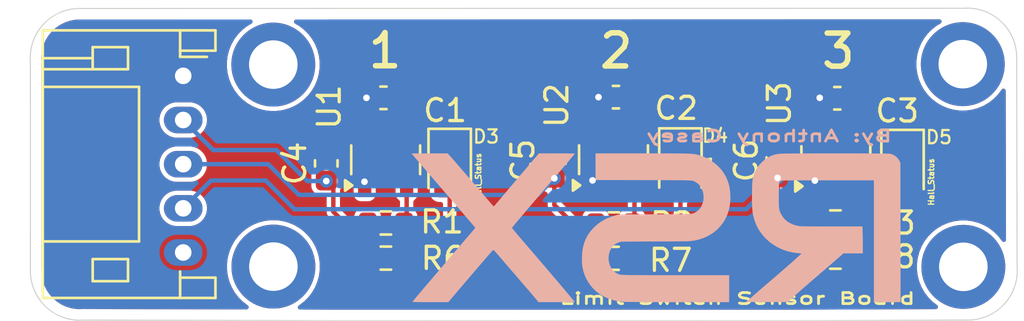
<source format=kicad_pcb>
(kicad_pcb (version 20241229) (generator "pcbnew") (generator_version "9.0")
  (layers (0 "F.Cu" signal) (2 "B.Cu" signal) (13 "F.Paste" user) (15 "B.Paste" user) (5 "F.SilkS" user "F.Silkscreen") (7 "B.SilkS" user "B.Silkscreen") (1 "F.Mask" user) (3 "B.Mask" user) (25 "Edge.Cuts" user))
  (net 0 "")
  (net 1 "+5V")
  (net 2 "/Out_3")
  (net 3 "/Out_1")
  (net 4 "/Out_2")
  (net 5 "Net-(U1-OUT)")
  (net 6 "Net-(D3-A)")
  (net 7 "Net-(D5-A)")
  (net 8 "Net-(U2-OUT)")
  (net 9 "Net-(D4-A)")
  (net 10 "Net-(U3-OUT)")
  (net 11 "GND")
  (footprint "Package_TO_SOT_SMD:SOT-23" (layer "F.Cu") (at 131.650003 88.1225 90)
    (property "Reference" "U1" (at 2.3925 -2.56 270) (layer "F.SilkS"))
    (property "Value" "DRV5055A3xDBZxQ1" (hide yes))
    (fp_line (start 0 -1.56) (end 0.65 -1.56) (stroke (width 0.12)) (layer "F.SilkS"))
    (fp_line (start 0 -1.56) (end -0.65 -1.56) (stroke (width 0.12)) (layer "F.SilkS"))
    (fp_line (start 0 1.56) (end 0.65 1.56) (stroke (width 0.12)) (layer "F.SilkS"))
    (fp_line (start 0 1.56) (end -0.65 1.56) (stroke (width 0.12)) (layer "F.SilkS"))
    (fp_poly (pts (xy -1.1625 -1.51) (xy -1.4025 -1.84) (xy -0.9225 -1.84) (xy -1.1625 -1.51)) (stroke (width 0.12)) (fill yes) (layer "F.SilkS"))
    (pad "1" smd roundrect (at -0.9375 -0.95 90) (size 1.475 0.6) (layers "F.Cu" "F.Mask" "F.Paste") (net 1 "+5V"))
    (pad "2" smd roundrect (at -0.9375 0.95 90) (size 1.475 0.6) (layers "F.Cu" "F.Mask" "F.Paste") (net 5 "Net-(U1-OUT)"))
    (pad "3" smd roundrect (at 0.9375 0 90) (size 1.475 0.6) (layers "F.Cu" "F.Mask" "F.Paste") (net 11 "GND"))
  )
  (footprint "Capacitor_SMD:C_0603_1608Metric" (layer "F.Cu") (at 139.290003 88.16 90)
    (property "Reference" "C5" (at 0 -1.43 90) (layer "F.SilkS"))
    (property "Value" "0.1u")
    (fp_line (start -0.14058 -0.51) (end 0.14058 -0.51) (stroke (width 0.12)) (layer "F.SilkS"))
    (fp_line (start -0.14058 0.51) (end 0.14058 0.51) (stroke (width 0.12)) (layer "F.SilkS"))
    (pad "1" smd roundrect (at -0.775 0 90) (size 0.9 0.95) (layers "F.Cu" "F.Mask" "F.Paste") (net 4 "/Out_2"))
    (pad "2" smd roundrect (at 0.775 0 90) (size 0.9 0.95) (layers "F.Cu" "F.Mask" "F.Paste") (net 11 "GND"))
  )
  (footprint "Capacitor_SMD:C_0603_1608Metric" (layer "F.Cu") (at 131.550003 85.315)
    (property "Reference" "C1" (at 2.79 0.575 0) (layer "F.SilkS"))
    (property "Value" "0.1u")
    (fp_line (start -0.14058 -0.51) (end 0.14058 -0.51) (stroke (width 0.12)) (layer "F.SilkS"))
    (fp_line (start -0.14058 0.51) (end 0.14058 0.51) (stroke (width 0.12)) (layer "F.SilkS"))
    (pad "1" smd roundrect (at -0.775 0) (size 0.9 0.95) (layers "F.Cu" "F.Mask" "F.Paste") (net 1 "+5V"))
    (pad "2" smd roundrect (at 0.775 0) (size 0.9 0.95) (layers "F.Cu" "F.Mask" "F.Paste") (net 11 "GND"))
  )
  (footprint "Resistor_SMD:R_0603_1608Metric" (layer "F.Cu") (at 131.660003 90.985)
    (property "Reference" "R1" (at 2.54 -0.05 0) (layer "F.SilkS"))
    (property "Value" "100R")
    (fp_line (start -0.237258 -0.5225) (end 0.237258 -0.5225) (stroke (width 0.12)) (layer "F.SilkS"))
    (fp_line (start -0.237258 0.5225) (end 0.237258 0.5225) (stroke (width 0.12)) (layer "F.SilkS"))
    (pad "1" smd roundrect (at -0.825 0) (size 0.8 0.95) (layers "F.Cu" "F.Mask" "F.Paste") (net 3 "/Out_1"))
    (pad "2" smd roundrect (at 0.825 0) (size 0.8 0.95) (layers "F.Cu" "F.Mask" "F.Paste") (net 5 "Net-(U1-OUT)"))
  )
  (footprint "Package_TO_SOT_SMD:SOT-23" (layer "F.Cu") (at 152.040003 88.1575 90)
    (property "Reference" "U3" (at 2.5775 -2.56 270) (layer "F.SilkS"))
    (property "Value" "DRV5055A3xDBZxQ1" (hide yes))
    (fp_line (start 0 -1.56) (end 0.65 -1.56) (stroke (width 0.12)) (layer "F.SilkS"))
    (fp_line (start 0 -1.56) (end -0.65 -1.56) (stroke (width 0.12)) (layer "F.SilkS"))
    (fp_line (start 0 1.56) (end 0.65 1.56) (stroke (width 0.12)) (layer "F.SilkS"))
    (fp_line (start 0 1.56) (end -0.65 1.56) (stroke (width 0.12)) (layer "F.SilkS"))
    (fp_poly (pts (xy -1.1625 -1.51) (xy -1.4025 -1.84) (xy -0.9225 -1.84) (xy -1.1625 -1.51)) (stroke (width 0.12)) (fill yes) (layer "F.SilkS"))
    (pad "1" smd roundrect (at -0.9375 -0.95 90) (size 1.475 0.6) (layers "F.Cu" "F.Mask" "F.Paste") (net 1 "+5V"))
    (pad "2" smd roundrect (at -0.9375 0.95 90) (size 1.475 0.6) (layers "F.Cu" "F.Mask" "F.Paste") (net 10 "Net-(U3-OUT)"))
    (pad "3" smd roundrect (at 0.9375 0 90) (size 1.475 0.6) (layers "F.Cu" "F.Mask" "F.Paste") (net 11 "GND"))
  )
  (footprint "Connector_JST:JST_PH_S5B-PH-K_1x05_P2.00mm_Horizontal" (layer "F.Cu") (at 122.480003 84.32 -90)
    (property "Reference" "Je1" (hide yes))
    (property "Value" "S5B-XH-A")
    (fp_line (start -2.06 6.36) (end 10.06 6.36) (stroke (width 0.12)) (layer "F.SilkS"))
    (fp_line (start 0.5 6.36) (end 0.5 2) (stroke (width 0.12)) (layer "F.SilkS"))
    (fp_line (start 10.06 6.36) (end 10.06 -1.46) (stroke (width 0.12)) (layer "F.SilkS"))
    (fp_line (start -1.3 4.1) (end -0.3 4.1) (stroke (width 0.12)) (layer "F.SilkS"))
    (fp_line (start -0.8 4.1) (end -0.8 6.36) (stroke (width 0.12)) (layer "F.SilkS"))
    (fp_line (start -0.3 4.1) (end -0.3 6.36) (stroke (width 0.12)) (layer "F.SilkS"))
    (fp_line (start -0.3 4.1) (end -0.3 2.5) (stroke (width 0.12)) (layer "F.SilkS"))
    (fp_line (start 8.3 4.1) (end 8.3 2.5) (stroke (width 0.12)) (layer "F.SilkS"))
    (fp_line (start 9.3 4.1) (end 8.3 4.1) (stroke (width 0.12)) (layer "F.SilkS"))
    (fp_line (start -1.3 2.5) (end -1.3 4.1) (stroke (width 0.12)) (layer "F.SilkS"))
    (fp_line (start -0.3 2.5) (end -1.3 2.5) (stroke (width 0.12)) (layer "F.SilkS"))
    (fp_line (start 8.3 2.5) (end 9.3 2.5) (stroke (width 0.12)) (layer "F.SilkS"))
    (fp_line (start 9.3 2.5) (end 9.3 4.1) (stroke (width 0.12)) (layer "F.SilkS"))
    (fp_line (start 0.5 2) (end 7.5 2) (stroke (width 0.12)) (layer "F.SilkS"))
    (fp_line (start 7.5 2) (end 7.5 6.36) (stroke (width 0.12)) (layer "F.SilkS"))
    (fp_line (start -2.06 0.14) (end -1.14 0.14) (stroke (width 0.12)) (layer "F.SilkS"))
    (fp_line (start -1.14 0.14) (end -1.14 -1.46) (stroke (width 0.12)) (layer "F.SilkS"))
    (fp_line (start -0.86 0.14) (end -1.14 0.14) (stroke (width 0.12)) (layer "F.SilkS"))
    (fp_line (start -0.86 0.14) (end -0.86 -1.075) (stroke (width 0.12)) (layer "F.SilkS"))
    (fp_line (start 9.14 0.14) (end 8.86 0.14) (stroke (width 0.12)) (layer "F.SilkS"))
    (fp_line (start 10.06 0.14) (end 9.14 0.14) (stroke (width 0.12)) (layer "F.SilkS"))
    (fp_line (start -2.06 -1.46) (end -2.06 6.36) (stroke (width 0.12)) (layer "F.SilkS"))
    (fp_line (start -1.14 -1.46) (end -2.06 -1.46) (stroke (width 0.12)) (layer "F.SilkS"))
    (fp_line (start 9.14 -1.46) (end 9.14 0.14) (stroke (width 0.12)) (layer "F.SilkS"))
    (fp_line (start 10.06 -1.46) (end 9.14 -1.46) (stroke (width 0.12)) (layer "F.SilkS"))
    (pad "1" thru_hole roundrect (at 0 0 270) (size 1.2 1.75) (drill 0.75) (layers "*.Cu" "*.Mask") (roundrect_rratio 0.208333) (net 1 "+5V"))
    (pad "2" thru_hole oval (at 2 0 270) (size 1.2 1.75) (drill 0.75) (layers "*.Cu" "*.Mask") (net 3 "/Out_1"))
    (pad "3" thru_hole oval (at 4 0 270) (size 1.2 1.75) (drill 0.75) (layers "*.Cu" "*.Mask") (net 4 "/Out_2"))
    (pad "4" thru_hole oval (at 6 0 270) (size 1.2 1.75) (drill 0.75) (layers "*.Cu" "*.Mask") (net 2 "/Out_3"))
    (pad "5" thru_hole oval (at 8 0 270) (size 1.2 1.75) (drill 0.75) (layers "*.Cu" "*.Mask") (net 11 "GND"))
  )
  (footprint "Resistor_SMD:R_0603_1608Metric" (layer "F.Cu") (at 141.990003 91.025)
    (property "Reference" "R2" (at 2.62 0 0) (layer "F.SilkS"))
    (property "Value" "100R")
    (fp_line (start -0.237258 -0.5225) (end 0.237258 -0.5225) (stroke (width 0.12)) (layer "F.SilkS"))
    (fp_line (start -0.237258 0.5225) (end 0.237258 0.5225) (stroke (width 0.12)) (layer "F.SilkS"))
    (pad "1" smd roundrect (at -0.825 0) (size 0.8 0.95) (layers "F.Cu" "F.Mask" "F.Paste") (net 4 "/Out_2"))
    (pad "2" smd roundrect (at 0.825 0) (size 0.8 0.95) (layers "F.Cu" "F.Mask" "F.Paste") (net 8 "Net-(U2-OUT)"))
  )
  (footprint "Capacitor_SMD:C_0603_1608Metric" (layer "F.Cu") (at 149.410003 88.155 90)
    (property "Reference" "C6" (at 0 -1.43 90) (layer "F.SilkS"))
    (property "Value" "0.1u")
    (fp_line (start -0.14058 -0.51) (end 0.14058 -0.51) (stroke (width 0.12)) (layer "F.SilkS"))
    (fp_line (start -0.14058 0.51) (end 0.14058 0.51) (stroke (width 0.12)) (layer "F.SilkS"))
    (pad "1" smd roundrect (at -0.775 0 90) (size 0.9 0.95) (layers "F.Cu" "F.Mask" "F.Paste") (net 2 "/Out_3"))
    (pad "2" smd roundrect (at 0.775 0 90) (size 0.9 0.95) (layers "F.Cu" "F.Mask" "F.Paste") (net 11 "GND"))
  )
  (footprint "Resistor_SMD:R_0603_1608Metric" (layer "F.Cu") (at 152.020003 92.535)
    (property "Reference" "R8" (at 2.64 -0.02 0) (layer "F.SilkS"))
    (property "Value" "4.7k")
    (fp_line (start -0.237258 -0.5225) (end 0.237258 -0.5225) (stroke (width 0.12)) (layer "F.SilkS"))
    (fp_line (start -0.237258 0.5225) (end 0.237258 0.5225) (stroke (width 0.12)) (layer "F.SilkS"))
    (pad "1" smd roundrect (at -0.825 0) (size 0.8 0.95) (layers "F.Cu" "F.Mask" "F.Paste") (net 2 "/Out_3"))
    (pad "2" smd roundrect (at 0.825 0) (size 0.8 0.95) (layers "F.Cu" "F.Mask" "F.Paste") (net 7 "Net-(D5-A)"))
  )
  (footprint "Resistor_SMD:R_0603_1608Metric" (layer "F.Cu") (at 141.970003 92.585)
    (property "Reference" "R7" (at 2.59 0.09 0) (layer "F.SilkS"))
    (property "Value" "4.7k")
    (fp_line (start -0.237258 -0.5225) (end 0.237258 -0.5225) (stroke (width 0.12)) (layer "F.SilkS"))
    (fp_line (start -0.237258 0.5225) (end 0.237258 0.5225) (stroke (width 0.12)) (layer "F.SilkS"))
    (pad "1" smd roundrect (at -0.825 0) (size 0.8 0.95) (layers "F.Cu" "F.Mask" "F.Paste") (net 4 "/Out_2"))
    (pad "2" smd roundrect (at 0.825 0) (size 0.8 0.95) (layers "F.Cu" "F.Mask" "F.Paste") (net 9 "Net-(D4-A)"))
  )
  (footprint "rsx_leds:LED_0805_2012Metric" (layer "F.Cu") (at 145.000003 88.3825 -90)
    (property "Reference" "D4" (at -1.3525 -1.57 180) (layer "F.SilkS") (effects (font (size 0.6 0.6) (thickness 0.1))))
    (property "Value" "LED")
    (fp_line (start -1.685 0.96) (end 1 0.96) (stroke (width 0.12)) (layer "F.SilkS"))
    (fp_line (start -1.685 -0.96) (end -1.685 0.96) (stroke (width 0.12)) (layer "F.SilkS"))
    (fp_line (start 1 -0.96) (end -1.685 -0.96) (stroke (width 0.12)) (layer "F.SilkS"))
    (pad "1" smd roundrect (at -0.9375 0 270) (size 0.975 1.4) (layers "F.Cu" "F.Mask" "F.Paste") (net 11 "GND"))
    (pad "2" smd roundrect (at 0.9375 0 270) (size 0.975 1.4) (layers "F.Cu" "F.Mask" "F.Paste") (net 9 "Net-(D4-A)"))
  )
  (footprint "Resistor_SMD:R_0603_1608Metric" (layer "F.Cu") (at 152.020003 90.935)
    (property "Reference" "R3" (at 2.65 0.05 0) (layer "F.SilkS"))
    (property "Value" "100R" (hide yes))
    (fp_line (start -0.237258 -0.5225) (end 0.237258 -0.5225) (stroke (width 0.12)) (layer "F.SilkS"))
    (fp_line (start -0.237258 0.5225) (end 0.237258 0.5225) (stroke (width 0.12)) (layer "F.SilkS"))
    (pad "1" smd roundrect (at -0.825 0) (size 0.8 0.95) (layers "F.Cu" "F.Mask" "F.Paste") (net 2 "/Out_3"))
    (pad "2" smd roundrect (at 0.825 0) (size 0.8 0.95) (layers "F.Cu" "F.Mask" "F.Paste") (net 10 "Net-(U3-OUT)"))
  )
  (footprint "rsx_leds:LED_0805_2012Metric" (layer "F.Cu") (at 134.550003 88.405 -90)
    (property "Reference" "D3" (at -1.335 -1.65 180) (layer "F.SilkS") (effects (font (size 0.6 0.6) (thickness 0.1))))
    (property "Value" "LED")
    (fp_line (start -1.685 0.96) (end 1 0.96) (stroke (width 0.12)) (layer "F.SilkS"))
    (fp_line (start -1.685 -0.96) (end -1.685 0.96) (stroke (width 0.12)) (layer "F.SilkS"))
    (fp_line (start 1 -0.96) (end -1.685 -0.96) (stroke (width 0.12)) (layer "F.SilkS"))
    (pad "1" smd roundrect (at -0.9375 0 270) (size 0.975 1.4) (layers "F.Cu" "F.Mask" "F.Paste") (net 11 "GND"))
    (pad "2" smd roundrect (at 0.9375 0 270) (size 0.975 1.4) (layers "F.Cu" "F.Mask" "F.Paste") (net 6 "Net-(D3-A)"))
  )
  (footprint "MountingHole:MountingHole_2.2mm_M2_DIN965_Pad" (layer "F.Cu") (at 126.565003 92.96)
    (property "Reference" "H8" (hide yes))
    (property "Value" "MountingHole" (hide yes))
    (pad "1" thru_hole circle (at 0 0) (size 3.8 3.8) (drill 2.2) (layers "*.Cu" "*.Mask"))
  )
  (footprint "Capacitor_SMD:C_0603_1608Metric" (layer "F.Cu") (at 152.105003 85.335)
    (property "Reference" "C3" (at 2.715 0.575 0) (layer "F.SilkS"))
    (property "Value" "0.1u")
    (fp_line (start -0.14058 -0.51) (end 0.14058 -0.51) (stroke (width 0.12)) (layer "F.SilkS"))
    (fp_line (start -0.14058 0.51) (end 0.14058 0.51) (stroke (width 0.12)) (layer "F.SilkS"))
    (pad "1" smd roundrect (at -0.775 0) (size 0.9 0.95) (layers "F.Cu" "F.Mask" "F.Paste") (net 1 "+5V"))
    (pad "2" smd roundrect (at 0.775 0) (size 0.9 0.95) (layers "F.Cu" "F.Mask" "F.Paste") (net 11 "GND"))
  )
  (footprint "MountingHole:MountingHole_2.2mm_M2_DIN965_Pad" (layer "F.Cu") (at 157.790003 83.79)
    (property "Reference" "H7" (hide yes))
    (property "Value" "MountingHole" (hide yes))
    (pad "1" thru_hole circle (at 0 0) (size 3.8 3.8) (drill 2.2) (layers "*.Cu" "*.Mask"))
  )
  (footprint "Capacitor_SMD:C_0603_1608Metric" (layer "F.Cu") (at 142.080003 85.285)
    (property "Reference" "C2" (at 2.73 0.505 0) (layer "F.SilkS"))
    (property "Value" "0.1u")
    (fp_line (start -0.14058 -0.51) (end 0.14058 -0.51) (stroke (width 0.12)) (layer "F.SilkS"))
    (fp_line (start -0.14058 0.51) (end 0.14058 0.51) (stroke (width 0.12)) (layer "F.SilkS"))
    (pad "1" smd roundrect (at -0.775 0) (size 0.9 0.95) (layers "F.Cu" "F.Mask" "F.Paste") (net 1 "+5V"))
    (pad "2" smd roundrect (at 0.775 0) (size 0.9 0.95) (layers "F.Cu" "F.Mask" "F.Paste") (net 11 "GND"))
  )
  (footprint "rsx_leds:LED_0805_2012Metric" (layer "F.Cu") (at 155.060003 88.4525 -90)
    (property "Reference" "D5" (at -1.3525 -1.65 180) (layer "F.SilkS") (effects (font (size 0.6 0.6) (thickness 0.1))))
    (property "Value" "LED" (hide yes))
    (fp_line (start -1.685 0.96) (end 1 0.96) (stroke (width 0.12)) (layer "F.SilkS"))
    (fp_line (start -1.685 -0.96) (end -1.685 0.96) (stroke (width 0.12)) (layer "F.SilkS"))
    (fp_line (start 1 -0.96) (end -1.685 -0.96) (stroke (width 0.12)) (layer "F.SilkS"))
    (pad "1" smd roundrect (at -0.9375 0 270) (size 0.975 1.4) (layers "F.Cu" "F.Mask" "F.Paste") (net 11 "GND"))
    (pad "2" smd roundrect (at 0.9375 0 270) (size 0.975 1.4) (layers "F.Cu" "F.Mask" "F.Paste") (net 7 "Net-(D5-A)"))
  )
  (footprint "Package_TO_SOT_SMD:SOT-23" (layer "F.Cu") (at 141.970003 88.1175 90)
    (property "Reference" "U2" (at 2.4575 -2.57 270) (layer "F.SilkS"))
    (property "Value" "DRV5055A3xDBZxQ1" (hide yes))
    (fp_line (start 0 -1.56) (end 0.65 -1.56) (stroke (width 0.12)) (layer "F.SilkS"))
    (fp_line (start 0 -1.56) (end -0.65 -1.56) (stroke (width 0.12)) (layer "F.SilkS"))
    (fp_line (start 0 1.56) (end 0.65 1.56) (stroke (width 0.12)) (layer "F.SilkS"))
    (fp_line (start 0 1.56) (end -0.65 1.56) (stroke (width 0.12)) (layer "F.SilkS"))
    (fp_poly (pts (xy -1.1625 -1.51) (xy -1.4025 -1.84) (xy -0.9225 -1.84) (xy -1.1625 -1.51)) (stroke (width 0.12)) (fill yes) (layer "F.SilkS"))
    (pad "1" smd roundrect (at -0.9375 -0.95 90) (size 1.475 0.6) (layers "F.Cu" "F.Mask" "F.Paste") (net 1 "+5V"))
    (pad "2" smd roundrect (at -0.9375 0.95 90) (size 1.475 0.6) (layers "F.Cu" "F.Mask" "F.Paste") (net 8 "Net-(U2-OUT)"))
    (pad "3" smd roundrect (at 0.9375 0 90) (size 1.475 0.6) (layers "F.Cu" "F.Mask" "F.Paste") (net 11 "GND"))
  )
  (footprint "MountingHole:MountingHole_2.2mm_M2_DIN965_Pad" (layer "F.Cu") (at 126.560003 83.81)
    (property "Reference" "H7" (hide yes))
    (property "Value" "MountingHole")
    (pad "1" thru_hole circle (at 0 0) (size 3.8 3.8) (drill 2.2) (layers "*.Cu" "*.Mask"))
  )
  (footprint "Capacitor_SMD:C_0603_1608Metric" (layer "F.Cu") (at 128.960003 88.285 90)
    (property "Reference" "C4" (at 0 -1.43 90) (layer "F.SilkS"))
    (property "Value" "0.1u")
    (fp_line (start -0.14058 -0.51) (end 0.14058 -0.51) (stroke (width 0.12)) (layer "F.SilkS"))
    (fp_line (start -0.14058 0.51) (end 0.14058 0.51) (stroke (width 0.12)) (layer "F.SilkS"))
    (pad "1" smd roundrect (at -0.775 0 90) (size 0.9 0.95) (layers "F.Cu" "F.Mask" "F.Paste") (net 3 "/Out_1"))
    (pad "2" smd roundrect (at 0.775 0 90) (size 0.9 0.95) (layers "F.Cu" "F.Mask" "F.Paste") (net 11 "GND"))
  )
  (footprint "Resistor_SMD:R_0603_1608Metric" (layer "F.Cu") (at 131.660003 92.575)
    (property "Reference" "R6" (at 2.57 0.01 0) (layer "F.SilkS"))
    (property "Value" "4.7k")
    (fp_line (start -0.237258 -0.5225) (end 0.237258 -0.5225) (stroke (width 0.12)) (layer "F.SilkS"))
    (fp_line (start -0.237258 0.5225) (end 0.237258 0.5225) (stroke (width 0.12)) (layer "F.SilkS"))
    (pad "1" smd roundrect (at -0.825 0) (size 0.8 0.95) (layers "F.Cu" "F.Mask" "F.Paste") (net 3 "/Out_1"))
    (pad "2" smd roundrect (at 0.825 0) (size 0.8 0.95) (layers "F.Cu" "F.Mask" "F.Paste") (net 6 "Net-(D3-A)"))
  )
  (footprint "MountingHole:MountingHole_2.2mm_M2_DIN965_Pad" (layer "F.Cu") (at 157.815003 92.97)
    (property "Reference" "H8" (hide yes))
    (property "Value" "MountingHole" (hide yes))
    (pad "1" thru_hole circle (at 0 0) (size 3.8 3.8) (drill 2.2) (layers "*.Cu" "*.Mask"))
  )
  (footprint "LOGO" (layer "B.Cu") (at 143.308715 91.272328 180)
    (property "Reference" "G***" (hide yes))
    (property "Value" "LOGO" (hide yes))
    (fp_poly (pts (xy 2.153878 2.837561) (xy 2.153878 2.23417) (xy -0.003284 2.22959) (xy -0.285693 2.229021) (xy -0.543071 2.228535) (xy -0.776656 2.228085) (xy -0.987682 2.227622) (xy -1.177387 2.227096) (xy -1.347005 2.22646) (xy -1.497774 2.225666) (xy -1.63093 2.224664) (xy -1.747708 2.223406) (xy -1.849345 2.221844) (xy -1.937076 2.219929) (xy -2.012139 2.217612) (xy -2.075769 2.214846) (xy -2.129202 2.211581) (xy -2.173674 2.20777) (xy -2.210422 2.203363) (xy -2.240682 2.198312) (xy -2.265689 2.192569) (xy -2.28668 2.186086) (xy -2.304892 2.178812) (xy -2.321559 2.170701) (xy -2.337919 2.161704) (xy -2.355208 2.151772) (xy -2.374661 2.140856) (xy -2.383315 2.136209) (xy -2.483366 2.069265) (xy -2.566999 1.984916) (xy -2.634225 1.886251) (xy -2.68505 1.776363) (xy -2.719485 1.658343) (xy -2.737538 1.535281) (xy -2.739217 1.410269) (xy -2.724532 1.286398) (xy -2.693492 1.166759) (xy -2.646104 1.054444) (xy -2.582378 0.952543) (xy -2.502323 0.864147) (xy -2.405947 0.792349) (xy -2.379454 0.777434) (xy -2.356269 0.764845) (xy -2.335824 0.753537) (xy -2.316668 0.743435) (xy -2.297351 0.734464) (xy -2.276423 0.726549) (xy -2.252435 0.719617) (xy -2.223935 0.713593) (xy -2.189475 0.708402) (xy -2.147604 0.703969) (xy -2.096872 0.700221) (xy -2.035829 0.697083) (xy -1.963025 0.694479) (xy -1.877011 0.692337) (xy -1.776335 0.69058) (xy -1.659548 0.689135) (xy -1.525199 0.687928) (xy -1.37184 0.686883) (xy -1.19802 0.685926) (xy -1.002288 0.684983) (xy -0.783195 0.683979) (xy -0.539291 0.682839) (xy -0.53847 0.682835) (xy 1.083505 0.675052) (xy 1.221506 0.641001) (xy 1.452906 0.571568) (xy 1.669704 0.481246) (xy 1.870982 0.37054) (xy 2.05582 0.239955) (xy 2.22033 0.092975) (xy 2.365535 -0.067102) (xy 2.486257 -0.232769) (xy 2.584152 -0.407049) (xy 2.660878 -0.592966) (xy 2.718092 -0.793544) (xy 2.726093 -0.829769) (xy 2.745665 -0.946197) (xy 2.75974 -1.08053) (xy 2.768078 -1.224939) (xy 2.770439 -1.371592) (xy 2.766583 -1.512659) (xy 2.75627 -1.640312) (xy 2.751981 -1.674108) (xy 2.709467 -1.884581) (xy 2.641984 -2.087965) (xy 2.550193 -2.282911) (xy 2.434756 -2.468069) (xy 2.296337 -2.642089) (xy 2.254809 -2.687307) (xy 2.102954 -2.828892) (xy 1.932439 -2.953162) (xy 1.745021 -3.059332) (xy 1.542455 -3.146615) (xy 1.326496 -3.214225) (xy 1.098901 -3.261375) (xy 0.925904 -3.282469) (xy 0.889727 -3.284415) (xy 0.827621 -3.28622) (xy 0.739926 -3.287885) (xy 0.626978 -3.289406) (xy 0.489116 -3.290782) (xy 0.326678 -3.29201) (xy 0.140002 -3.29309) (xy -0.070573 -3.294019) (xy -0.304709 -3.294796) (xy -0.562069 -3.295417) (xy -0.842315 -3.295882) (xy -1.145107 -3.296189) (xy -1.470109 -3.296336) (xy -1.566159 -3.296348) (xy -3.900621 -3.296484) (xy -3.900621 -2.68578) (xy -3.900621 -2.075077) (xy -1.487358 -2.074849) (xy -1.18581 -2.074832) (xy -0.909373 -2.074818) (xy -0.656891 -2.074774) (xy -0.427209 -2.07467) (xy -0.21917 -2.074471) (xy -0.03162 -2.074147) (xy 0.136599 -2.073665) (xy 0.28664 -2.072992) (xy 0.419661 -2.072097) (xy 0.536817 -2.070947) (xy 0.639264 -2.069509) (xy 0.728157 -2.067752) (xy 0.804652 -2.065644) (xy 0.869905 -2.063151) (xy 0.925072 -2.060243) (xy 0.971308 -2.056885) (xy 1.009769 -2.053047) (xy 1.041612 -2.048696) (xy 1.067991 -2.0438) (xy 1.090062 -2.038326) (xy 1.108982 -2.032242) (xy 1.125906 -2.025517) (xy 1.141989 -2.018117) (xy 1.158388 -2.01001) (xy 1.176258 -2.001165) (xy 1.17772 -2.000456) (xy 1.255968 -1.951876) (xy 1.333726 -1.884449) (xy 1.404476 -1.804892) (xy 1.461698 -1.719923) (xy 1.475817 -1.693239) (xy 1.52723 -1.560292) (xy 1.556112 -1.419316) (xy 1.562449 -1.275044) (xy 1.546231 -1.132208) (xy 1.507445 -0.995542) (xy 1.477737 -0.927233) (xy 1.407498 -0.810804) (xy 1.322371 -0.715982) (xy 1.222005 -0.642497) (xy 1.106053 -0.59008) (xy 1.007062 -0.564123) (xy 0.984987 -0.562375) (xy 0.93821 -0.560684) (xy 0.868295 -0.559065) (xy 0.776804 -0.557532) (xy 0.665303 -0.5561) (xy 0.535355 -0.554783) (xy 0.388525 -0.553596) (xy 0.226376 -0.552553) (xy 0.050472 -0.551668) (xy -0.137623 -0.550956) (xy -0.336344 -0.550432) (xy -0.50328 -0.550156) (xy -0.699298 -0.549822) (xy -0.890126 -0.549316) (xy -1.073856 -0.548653) (xy -1.248583 -0.547847) (xy -1.412403 -0.546912) (xy -1.563409 -0.545864) (xy -1.699695 -0.544717) (xy -1.819357 -0.543486) (xy -1.920488 -0.542185) (xy -2.001183 -0.54083) (xy -2.059536 -0.539433) (xy -2.093643 -0.538012) (xy -2.094874 -0.537926) (xy -2.320765 -0.509727) (xy -2.540956 -0.458858) (xy -2.752656 -0.386484) (xy -2.953075 -0.293767) (xy -3.139422 -0.181871) (xy -3.308907 -0.051961) (xy -3.351591 -0.013786) (xy -3.506086 0.146215) (xy -3.637918 0.319444) (xy -3.747019 0.505737) (xy -3.833323 0.704932) (xy -3.896761 0.916865) (xy -3.937268 1.141373) (xy -3.954776 1.378293) (xy -3.955503 1.457808) (xy -3.946885 1.670307) (xy -3.923187 1.864724) (xy -3.883578 2.045044) (xy -3.827229 2.215251) (xy -3.770753 2.344313) (xy -3.67537 2.519639) (xy -3.567408 2.676302) (xy -3.443434 2.818264) (xy -3.300015 2.949486) (xy -3.14545 3.065857) (xy -2.996065 3.162334) (xy -2.851817 3.240295) (xy -2.704318 3.303741) (xy -2.54518 3.356673) (xy -2.521614 3.363439) (xy -2.487058 3.373153) (xy -2.454492 3.38202) (xy -2.422632 3.390078) (xy -2.390195 3.397366) (xy -2.355899 3.403922) (xy -2.318461 3.409785) (xy -2.276596 3.414995) (xy -2.229023 3.419589) (xy -2.174459 3.423606) (xy -2.11162 3.427085) (xy -2.039224 3.430065) (xy -1.955987 3.432584) (xy -1.860626 3.434681) (xy -1.751859 3.436395) (xy -1.628403 3.437764) (xy -1.488974 3.438827) (xy -1.33229 3.439623) (xy -1.157068 3.44019) (xy -0.962024 3.440568) (xy -0.745875 3.440794) (xy -0.50734 3.440907) (xy -0.245134 3.440947) (xy 0.042025 3.440952) (xy 0.049169 3.440952) (xy 2.153878 3.440952)) (fill yes) (layer "B.SilkS"))
    (fp_poly (pts (xy -8.5312 3.440571) (xy -8.309164 3.440447) (xy -8.089999 3.440222) (xy -7.875323 3.439895) (xy -7.666757 3.439467) (xy -7.465918 3.438936) (xy -7.274426 3.438304) (xy -7.093899 3.437569) (xy -6.925955 3.436731) (xy -6.772214 3.435791) (xy -6.634294 3.434748) (xy -6.513815 3.433602) (xy -6.412395 3.432352) (xy -6.331652 3.430999) (xy -6.273205 3.429542) (xy -6.238674 3.427981) (xy -6.238367 3.427958) (xy -6.162523 3.420645) (xy -6.084149 3.4103) (xy -6.013498 3.398417) (xy -5.969132 3.388732) (xy -5.808013 3.334134) (xy -5.653643 3.256126) (xy -5.508455 3.157209) (xy -5.374883 3.039884) (xy -5.255362 2.906653) (xy -5.152327 2.760015) (xy -5.06821 2.602471) (xy -5.005447 2.436523) (xy -4.990634 2.383481) (xy -4.977287 2.32786) (xy -4.966212 2.272717) (xy -4.957193 2.214907) (xy -4.950012 2.151286) (xy -4.944453 2.078709) (xy -4.940301 1.994032) (xy -4.937338 1.89411) (xy -4.935349 1.775798) (xy -4.934116 1.635953) (xy -4.933714 1.556309) (xy -4.933488 1.391276) (xy -4.93442 1.249147) (xy -4.936718 1.126575) (xy -4.940591 1.020215) (xy -4.946245 0.92672) (xy -4.95389 0.842746) (xy -4.963734 0.764944) (xy -4.975984 0.68997) (xy -4.990849 0.614477) (xy -4.992892 0.604881) (xy -5.05331 0.384791) (xy -5.137553 0.174479) (xy -5.24457 -0.024714) (xy -5.373312 -0.211447) (xy -5.522729 -0.38438) (xy -5.69177 -0.542172) (xy -5.879387 -0.683483) (xy -6.084528 -0.806973) (xy -6.108768 -0.81975) (xy -6.3247 -0.918826) (xy -6.54738 -0.994594) (xy -6.7801 -1.048001) (xy -7.006671 -1.078273) (xy -7.067849 -1.084136) (xy -7.118599 -1.089468) (xy -7.153713 -1.093689) (xy -7.167982 -1.096219) (xy -7.168022 -1.096251) (xy -7.160816 -1.10707) (xy -7.13459 -1.133986) (xy -7.090355 -1.176105) (xy -7.029122 -1.232532) (xy -6.951902 -1.302375) (xy -6.859707 -1.384737) (xy -6.753547 -1.478726) (xy -6.634433 -1.583447) (xy -6.503377 -1.698006) (xy -6.361389 -1.821509) (xy -6.20948 -1.953061) (xy -6.048662 -2.091769) (xy -5.879946 -2.236738) (xy -5.831231 -2.278498) (xy -5.719396 -2.374386) (xy -5.610051 -2.468269) (xy -5.505445 -2.558208) (xy -5.407822 -2.642267) (xy -5.319429 -2.718508) (xy -5.242513 -2.784995) (xy -5.17932 -2.83979) (xy -5.132097 -2.880956) (xy -5.107853 -2.902304) (xy -5.049765 -2.953917) (xy -4.980087 -3.015806) (xy -4.90688 -3.080813) (xy -4.838204 -3.141782) (xy -4.826673 -3.152016) (xy -4.671301 -3.289917) (xy -5.606323 -3.293288) (xy -6.541345 -3.296659) (xy -6.57044 -3.268838) (xy -6.587949 -3.252868) (xy -6.62227 -3.222226) (xy -6.670442 -3.17953) (xy -6.729504 -3.127399) (xy -6.796494 -3.068452) (xy -6.862203 -3.010786) (xy -6.942839 -2.940066) (xy -7.026507 -2.866615) (xy -7.108246 -2.794792) (xy -7.183095 -2.728958) (xy -7.246093 -2.673473) (xy -7.275905 -2.647171) (xy -7.311958 -2.615573) (xy -7.365835 -2.568689) (xy -7.435429 -2.508337) (xy -7.518633 -2.43634) (xy -7.613339 -2.354516) (xy -7.71744 -2.264687) (xy -7.828828 -2.168673) (xy -7.945395 -2.068293) (xy -8.065035 -1.965368) (xy -8.116443 -1.921175) (xy -8.23616 -1.818219) (xy -8.353245 -1.71741) (xy -8.465653 -1.620515) (xy -8.571335 -1.529306) (xy -8.668245 -1.445552) (xy -8.754336 -1.371022) (xy -8.827562 -1.307486) (xy -8.885875 -1.256714) (xy -8.927228 -1.220475) (xy -8.939831 -1.209316) (xy -9.073714 -1.090072) (xy -9.513442 -1.090072) (xy -9.953169 -1.090072) (xy -9.954663 -0.837254) (xy -9.954711 -0.750475) (xy -9.95403 -0.644862) (xy -9.952713 -0.527836) (xy -9.950852 -0.406817) (xy -9.948541 -0.289226) (xy -9.947056 -0.226551) (xy -9.937955 0.131334) (xy -8.570813 0.131442) (xy -8.340412 0.131594) (xy -8.12572 0.132007) (xy -7.927832 0.132671) (xy -7.747844 0.133574) (xy -7.58685 0.134709) (xy -7.445945 0.136064) (xy -7.326223 0.137629) (xy -7.228781 0.139396) (xy -7.154712 0.141353) (xy -7.105111 0.14349) (xy -7.086669 0.144954) (xy -6.947633 0.170483) (xy -6.808565 0.213846) (xy -6.675593 0.272282) (xy -6.554846 0.343029) (xy -6.452453 0.423327) (xy -6.437776 0.437275) (xy -6.36819 0.514798) (xy -6.302328 0.605229) (xy -6.247046 0.698499) (xy -6.218788 0.758912) (xy -6.201428 0.80361) (xy -6.187031 0.846497) (xy -6.175348 0.890485) (xy -6.166129 0.938485) (xy -6.159126 0.993409) (xy -6.15409 1.05817) (xy -6.15077 1.135679) (xy -6.148919 1.228848) (xy -6.148287 1.340589) (xy -6.148624 1.473814) (xy -6.149235 1.571779) (xy -6.150215 1.703472) (xy -6.151192 1.811463) (xy -6.152306 1.898318) (xy -6.153702 1.966603) (xy -6.155521 2.018881) (xy -6.157907 2.05772) (xy -6.161002 2.085683) (xy -6.164949 2.105336) (xy -6.169889 2.119244) (xy -6.175967 2.129972) (xy -6.180639 2.136515) (xy -6.212459 2.170154) (xy -6.247307 2.196438) (xy -6.253692 2.199516) (xy -6.262665 2.202306) (xy -6.275475 2.204823) (xy -6.293372 2.20708) (xy -6.317606 2.209092) (xy -6.349428 2.210873) (xy -6.390088 2.212438) (xy -6.440837 2.2138) (xy -6.502924 2.214974) (xy -6.577599 2.215974) (xy -6.666113 2.216815) (xy -6.769717 2.21751) (xy -6.889659 2.218074) (xy -7.027191 2.218522) (xy -7.183563 2.218866) (xy -7.360025 2.219122) (xy -7.557827 2.219304) (xy -7.77822 2.219426) (xy -8.022453 2.219503) (xy -8.275044 2.219546) (xy -8.503212 2.219574) (xy -8.725229 2.219599) (xy -8.939575 2.219621) (xy -9.144727 2.219641) (xy -9.339164 2.219658) (xy -9.521365 2.219673) (xy -9.689809 2.219684) (xy -9.842973 2.219692) (xy -9.979336 2.219698) (xy -10.097377 2.219699) (xy -10.195573 2.219698) (xy -10.272405 2.219693) (xy -10.326349 2.219685) (xy -10.355885 2.219673) (xy -10.358972 2.21967) (xy -10.454189 2.219545) (xy -10.454189 -0.538469) (xy -10.454189 -3.296484) (xy -11.058458 -3.296484) (xy -11.662727 -3.296484) (xy -11.659311 -0.140994) (xy -11.655895 3.014495) (xy -11.609928 3.104607) (xy -11.543195 3.208636) (xy -11.459055 3.295843) (xy -11.360771 3.363801) (xy -11.251605 3.410079) (xy -11.176526 3.427357) (xy -11.15335 3.428926) (xy -11.105527 3.430397) (xy -11.034675 3.43177) (xy -10.942412 3.433045) (xy -10.830358 3.434221) (xy -10.700131 3.435298) (xy -10.55335 3.436277) (xy -10.391634 3.437156) (xy -10.216602 3.437935) (xy -10.029871 3.438615) (xy -9.833062 3.439196) (xy -9.627793 3.439676) (xy -9.415682 3.440056) (xy -9.198348 3.440336) (xy -8.977411 3.440515) (xy -8.754489 3.440593)) (fill yes) (layer "B.SilkS"))
    (fp_poly (pts (xy 4.764929 3.385316) (xy 4.787632 3.359863) (xy 4.824241 3.31771) (xy 4.871809 3.262304) (xy 4.927386 3.197089) (xy 4.988025 3.125512) (xy 5.037639 3.06665) (xy 5.103013 2.989098) (xy 5.181153 2.896709) (xy 5.267727 2.794584) (xy 5.358405 2.687828) (xy 5.448854 2.581542) (xy 5.534744 2.480829) (xy 5.561611 2.44938) (xy 5.774463 2.199946) (xy 5.971329 1.968399) (xy 6.153686 1.753001) (xy 6.323006 1.552014) (xy 6.330299 1.543332) (xy 6.430121 1.424574) (xy 6.514296 1.324637) (xy 6.583989 1.24216) (xy 6.640369 1.175784) (xy 6.684601 1.124149) (xy 6.717853 1.085894) (xy 6.74129 1.059659) (xy 6.75608 1.044086) (xy 6.763389 1.037814) (xy 6.764225 1.037539) (xy 6.774423 1.047149) (xy 6.799403 1.074318) (xy 6.836977 1.11656) (xy 6.884957 1.171386) (xy 6.941153 1.236307) (xy 7.003377 1.308836) (xy 7.020726 1.329165) (xy 7.086729 1.406521) (xy 7.149464 1.479923) (xy 7.206258 1.546253) (xy 7.254438 1.602393) (xy 7.291329 1.645223) (xy 7.314258 1.671624) (xy 7.316276 1.673916) (xy 7.33835 1.69917) (xy 7.374402 1.740731) (xy 7.421302 1.794978) (xy 7.47592 1.858287) (xy 7.535125 1.927035) (xy 7.566439 1.963444) (xy 7.735584 2.160168) (xy 7.888481 2.337916) (xy 8.025972 2.497659) (xy 8.148898 2.640367) (xy 8.258101 2.767012) (xy 8.354423 2.878563) (xy 8.438707 2.975993) (xy 8.511794 3.06027) (xy 8.574525 3.132366) (xy 8.627743 3.193253) (xy 8.67229 3.243899) (xy 8.709008 3.285277) (xy 8.738738 3.318356) (xy 8.762323 3.344109) (xy 8.780604 3.363504) (xy 8.781741 3.364684) (xy 8.853894 3.439451) (xy 9.667174 3.440556) (xy 9.810638 3.440591) (xy 9.946023 3.440313) (xy 10.071094 3.439748) (xy 10.183619 3.43892) (xy 10.281365 3.437855) (xy 10.362098 3.436578) (xy 10.423585 3.435112) (xy 10.463593 3.433485) (xy 10.479888 3.43172) (xy 10.48015 3.431456) (xy 10.47191 3.416448) (xy 10.451308 3.389798) (xy 10.437466 3.373736) (xy 10.413291 3.346225) (xy 10.372278 3.29903) (xy 10.314662 3.232425) (xy 10.24068 3.146685) (xy 10.15057 3.042086) (xy 10.044568 2.918901) (xy 9.92291 2.777407) (xy 9.785834 2.617877) (xy 9.633575 2.440586) (xy 9.515955 2.303579) (xy 9.44962 2.226319) (xy 9.384853 2.150923) (xy 9.324834 2.081091) (xy 9.272744 2.020521) (xy 9.231763 1.972915) (xy 9.20732 1.944571) (xy 9.155101 1.884071) (xy 9.091105 1.809832) (xy 9.016839 1.723606) (xy 8.933808 1.627147) (xy 8.843519 1.522208) (xy 8.747476 1.41054) (xy 8.647186 1.293899) (xy 8.544155 1.174035) (xy 8.439888 1.052703) (xy 8.335892 0.931655) (xy 8.233671 0.812645) (xy 8.134732 0.697424) (xy 8.04058 0.587746) (xy 7.952722 0.485365) (xy 7.872663 0.392032) (xy 7.801909 0.309502) (xy 7.741966 0.239526) (xy 7.694339 0.183858) (xy 7.660535 0.144251) (xy 7.642059 0.122458) (xy 7.640356 0.120416) (xy 7.618184 0.091743) (xy 7.605468 0.071641) (xy 7.604283 0.067943) (xy 7.612801 0.054981) (xy 7.637597 0.023602) (xy 7.677586 -0.024902) (xy 7.731682 -0.089239) (xy 7.798799 -0.168116) (xy 7.877853 -0.260242) (xy 7.959336 -0.354601) (xy 8.018129 -0.422695) (xy 8.090437 -0.506745) (xy 8.172776 -0.602678) (xy 8.261664 -0.706426) (xy 8.353618 -0.813918) (xy 8.445155 -0.921083) (xy 8.532791 -1.023851) (xy 8.613045 -1.11815) (xy 8.661478 -1.17519) (xy 8.708685 -1.230769) (xy 8.770697 -1.303654) (xy 8.84525 -1.391186) (xy 8.930077 -1.490711) (xy 9.022912 -1.59957) (xy 9.12149 -1.715107) (xy 9.223545 -1.834664) (xy 9.326812 -1.955585) (xy 9.41682 -2.060933) (xy 9.575981 -2.247267) (xy 9.718868 -2.414749) (xy 9.846359 -2.564418) (xy 9.959333 -2.697317) (xy 10.058666 -2.814485) (xy 10.145238 -2.916965) (xy 10.219926 -3.005797) (xy 10.283608 -3.082022) (xy 10.337163 -3.146681) (xy 10.381467 -3.200815) (xy 10.417399 -3.245466) (xy 10.439495 -3.2735) (xy 10.442097 -3.278183) (xy 10.440805 -3.282184) (xy 10.433753 -3.285556) (xy 10.419075 -3.288354) (xy 10.394907 -3.29063) (xy 10.359383 -3.292439) (xy 10.310637 -3.293833) (xy 10.246805 -3.294866) (xy 10.166022 -3.295591) (xy 10.066421 -3.296062) (xy 9.946138 -3.296332) (xy 9.803308 -3.296455) (xy 9.637158 -3.296484) (xy 8.816912 -3.296484) (xy 8.660395 -3.109809) (xy 8.569331 -3.001578) (xy 8.461621 -2.874241) (xy 8.337865 -2.728502) (xy 8.198665 -2.565065) (xy 8.044622 -2.384635) (xy 7.876338 -2.187917) (xy 7.694414 -1.975613) (xy 7.499451 -1.74843) (xy 7.293108 -1.508301) (xy 7.188014 -1.386125) (xy 7.098676 -1.282415) (xy 7.023771 -1.195682) (xy 6.961975 -1.124439) (xy 6.911962 -1.067196) (xy 6.87241 -1.022464) (xy 6.841994 -0.988756) (xy 6.819389 -0.964582) (xy 6.803272 -0.948455) (xy 6.792318 -0.938885) (xy 6.785204 -0.934384) (xy 6.781722 -0.933447) (xy 6.767024 -0.942332) (xy 6.740257 -0.966922) (xy 6.70614 -1.002719) (xy 6.689789 -1.021122) (xy 6.651961 -1.064431) (xy 6.618068 -1.102929) (xy 6.593738 -1.130232) (xy 6.588453 -1.136039) (xy 6.569091 -1.157802) (xy 6.533836 -1.198265) (xy 6.483816 -1.256119) (xy 6.420156 -1.330055) (xy 6.343982 -1.418764) (xy 6.256421 -1.520939) (xy 6.158599 -1.635269) (xy 6.119444 -1.681075) (xy 6.063182 -1.7468) (xy 6.009546 -1.809255) (xy 5.962061 -1.864351) (xy 5.924252 -1.907998) (xy 5.899642 -1.93611) (xy 5.898204 -1.937727) (xy 5.864554 -1.975943) (xy 5.814902 -2.03296) (xy 5.750282 -2.107583) (xy 5.671723 -2.198615) (xy 5.580257 -2.304861) (xy 5.476915 -2.425126) (xy 5.362729 -2.558214) (xy 5.303522 -2.627288) (xy 5.225603 -2.71824) (xy 5.161626 -2.792981) (xy 5.108429 -2.855236) (xy 5.062853 -2.90873) (xy 5.021736 -2.95719) (xy 4.981918 -3.004339) (xy 4.940238 -3.053904) (xy 4.893534 -3.109609) (xy 4.838798 -3.175) (xy 4.737146 -3.296484) (xy 3.909458 -3.296484) (xy 3.08177 -3.296484) (xy 3.108202 -3.266933) (xy 3.122883 -3.249856) (xy 3.152147 -3.21526) (xy 3.193758 -3.165806) (xy 3.245484 -3.104153) (xy 3.305091 -3.032963) (xy 3.370347 -2.954897) (xy 3.408624 -2.909048) (xy 3.483514 -2.819433) (xy 3.560658 -2.72735) (xy 3.636414 -2.637132) (xy 3.70714 -2.553109) (xy 3.769193 -2.479613) (xy 3.818932 -2.420975) (xy 3.828303 -2.409979) (xy 4.205531 -1.968275) (xy 4.592292 -1.516135) (xy 4.980694 -1.062781) (xy 5.187194 -0.822042) (xy 5.317837 -0.669783) (xy 5.432403 -0.536193) (xy 5.531937 -0.42002) (xy 5.617483 -0.320011) (xy 5.690085 -0.234915) (xy 5.750787 -0.163479) (xy 5.800634 -0.104453) (xy 5.840669 -0.056584) (xy 5.871936 -0.018619) (xy 5.89548 0.010692) (xy 5.912346 0.032602) (xy 5.923576 0.048363) (xy 5.930215 0.059227) (xy 5.933308 0.066446) (xy 5.933899 0.071271) (xy 5.933639 0.07294) (xy 5.924459 0.086727) (xy 5.900241 0.117957) (xy 5.863039 0.164124) (xy 5.814903 0.222723) (xy 5.757885 0.291248) (xy 5.694037 0.367194) (xy 5.653929 0.414544) (xy 5.582346 0.498839) (xy 5.512082 0.581616) (xy 5.446051 0.659441) (xy 5.387166 0.728878) (xy 5.338341 0.786493) (xy 5.302489 0.828849) (xy 5.292761 0.840362) (xy 5.261717 0.876984) (xy 5.216706 0.929881) (xy 5.160856 0.995385) (xy 5.097296 1.06983) (xy 5.029156 1.149549) (xy 4.959565 1.230875) (xy 4.951292 1.240536) (xy 4.882175 1.321309) (xy 4.814538 1.400469) (xy 4.751419 1.47445) (xy 4.695859 1.539685) (xy 4.650898 1.592607) (xy 4.619577 1.62965) (xy 4.616493 1.633319) (xy 4.58059 1.675845) (xy 4.530195 1.735205) (xy 4.467943 1.808321) (xy 4.396468 1.892111) (xy 4.318406 1.983497) (xy 4.236391 2.079398) (xy 4.153058 2.176734) (xy 4.071043 2.272425) (xy 3.99298 2.363392) (xy 3.921504 2.446554) (xy 3.859251 2.518832) (xy 3.822821 2.561014) (xy 3.761557 2.632073) (xy 3.693823 2.711045) (xy 3.621623 2.795555) (xy 3.546967 2.883225) (xy 3.47186 2.971679) (xy 3.39831 3.058541) (xy 3.328325 3.141435) (xy 3.263911 3.217983) (xy 3.207077 3.285809) (xy 3.159828 3.342538) (xy 3.124172 3.385792) (xy 3.102117 3.413194) (xy 3.095759 3.421823) (xy 3.096685 3.425635) (xy 3.105244 3.428901) (xy 3.123218 3.431664) (xy 3.15239 3.433966) (xy 3.194543 3.435848) (xy 3.25146 3.437353) (xy 3.324924 3.438522) (xy 3.416718 3.439398) (xy 3.528624 3.440022) (xy 3.662426 3.440437) (xy 3.819906 3.440684) (xy 3.899287 3.440753) (xy 4.713105 3.441314)) (fill yes) (layer "B.SilkS"))
  )
  (gr_line (start 146.015003 95.41) (end 142.040003 95.41) (stroke (width 0.05)) (layer "Edge.Cuts"))
  (gr_line (start 160.230003 83.56) (end 160.250003 92.97) (stroke (width 0.05)) (layer "Edge.Cuts"))
  (gr_line (start 137.540003 95.41) (end 142.040003 95.41) (stroke (width 0.05)) (layer "Edge.Cuts"))
  (gr_line (start 126.650003 95.4) (end 129.065003 95.41) (stroke (width 0.05)) (layer "Edge.Cuts"))
  (gr_arc (start 115.558376 83.6788) (mid 116.170003 81.96) (end 117.858376 81.2688) (stroke (width 0.05)) (layer "Edge.Cuts"))
  (gr_line (start 150.515003 95.41) (end 157.950003 95.38) (stroke (width 0.05)) (layer "Edge.Cuts"))
  (gr_line (start 126.650003 95.4) (end 117.968803 95.381627) (stroke (width 0.05)) (layer "Edge.Cuts"))
  (gr_line (start 150.515003 95.41) (end 146.015003 95.41) (stroke (width 0.05)) (layer "Edge.Cuts"))
  (gr_line (start 115.558803 93.081627) (end 115.558376 83.6788) (stroke (width 0.05)) (layer "Edge.Cuts"))
  (gr_line (start 129.065003 95.41) (end 133.565003 95.41) (stroke (width 0.05)) (layer "Edge.Cuts"))
  (gr_arc (start 160.250003 92.97) (mid 159.638376 94.6888) (end 157.950003 95.38) (stroke (width 0.05)) (layer "Edge.Cuts"))
  (gr_arc (start 157.820003 81.26) (mid 159.538803 81.871627) (end 160.230003 83.56) (stroke (width 0.05)) (layer "Edge.Cuts"))
  (gr_line (start 133.565003 95.41) (end 137.540003 95.41) (stroke (width 0.05)) (layer "Edge.Cuts"))
  (gr_line (start 117.858376 81.2688) (end 157.820003 81.26) (stroke (width 0.05)) (layer "Edge.Cuts"))
  (gr_arc (start 117.968803 95.381627) (mid 116.250003 94.77) (end 115.558803 93.081627) (stroke (width 0.05)) (layer "Edge.Cuts"))
  (gr_text "2" (at 142.090003 83.19 0) (layer "F.SilkS") (effects (font (size 1.5 1.5) (thickness 0.25) (bold yes))))
  (gr_text "Hall_Status" (at 156.360003 89.13 90) (layer "F.SilkS") (effects (font (size 0.25 0.25) (thickness 0.0625))))
  (gr_text "Hall_Status" (at 146.290003 89.06 90) (layer "F.SilkS") (effects (font (size 0.25 0.25) (thickness 0.0625))))
  (gr_text "Hall_Status" (at 135.850003 88.89 90) (layer "F.SilkS") (effects (font (size 0.25 0.25) (thickness 0.0625))))
  (gr_text "1" (at 131.620003 83.18 0) (layer "F.SilkS") (effects (font (size 1.5 1.5) (thickness 0.25) (bold yes))))
  (gr_text "Limit Switch Sensor Board" (at 147.580003 94.41 0) (layer "F.SilkS") (effects (font (size 0.5 0.8) (thickness 0.125))))
  (gr_text "3" (at 152.150003 83.2 0) (layer "F.SilkS") (effects (font (size 1.5 1.5) (thickness 0.25) (bold yes))))
  (gr_text "By: Anthony Casey" (at 149.020003 87.05 0) (layer "B.SilkS") (effects (font (size 0.5 0.8) (thickness 0.125)) (justify mirror)))
  (via (at 130.690003 89.115) (size 0.6) (drill 0.3) (layers "F.Cu" "B.Cu") (net 1))
  (via (at 151.310003 85.315) (size 0.6) (drill 0.3) (layers "F.Cu" "B.Cu") (net 1))
  (via (at 141.020003 89.055) (size 0.6) (drill 0.3) (layers "F.Cu" "B.Cu") (net 1))
  (via (at 130.780003 85.315) (size 0.6) (drill 0.3) (layers "F.Cu" "B.Cu") (net 1))
  (via (at 141.290003 85.285) (size 0.6) (drill 0.3) (layers "F.Cu" "B.Cu") (net 1))
  (via (at 151.090003 89.065) (size 0.6) (drill 0.3) (layers "F.Cu" "B.Cu") (net 1))
  (segment (start 151.195003 90.935) (end 150.210003 90.935) (width 0.2) (layer "F.Cu") (net 2))
  (segment (start 151.195003 92.535) (end 151.195003 90.935) (width 0.2) (layer "F.Cu") (net 2))
  (segment (start 149.410003 90.135) (end 149.400003 88.94) (width 0.2) (layer "F.Cu") (net 2))
  (segment (start 149.400003 88.94) (end 149.410003 88.935) (width 0.2) (layer "F.Cu") (net 2))
  (segment (start 150.210003 90.935) (end 149.410003 90.135) (width 0.2) (layer "F.Cu") (net 2))
  (via (at 149.400003 88.94) (size 0.6) (drill 0.3) (layers "F.Cu" "B.Cu") (net 2))
  (segment (start 147.980003 90.36) (end 127.520003 90.36) (width 0.2) (layer "B.Cu") (net 2))
  (segment (start 126.220003 89.06) (end 123.740003 89.06) (width 0.2) (layer "B.Cu") (net 2))
  (segment (start 127.520003 90.36) (end 126.220003 89.06) (width 0.2) (layer "B.Cu") (net 2))
  (segment (start 149.400003 88.94) (end 147.980003 90.36) (width 0.2) (layer "B.Cu") (net 2))
  (segment (start 122.400003 90.28) (end 122.360003 90.24) (width 0.2) (layer "B.Cu") (net 2))
  (segment (start 123.740003 89.06) (end 122.480003 90.32) (width 0.2) (layer "B.Cu") (net 2))
  (segment (start 129.280003 90.475) (end 129.280003 89.415) (width 0.2) (layer "F.Cu") (net 3))
  (segment (start 129.280003 89.415) (end 128.940003 89.075) (width 0.2) (layer "F.Cu") (net 3))
  (segment (start 130.835003 90.985) (end 129.790003 90.985) (width 0.2) (layer "F.Cu") (net 3))
  (segment (start 130.835003 92.575) (end 130.835003 90.985) (width 0.2) (layer "F.Cu") (net 3))
  (segment (start 129.790003 90.985) (end 129.280003 90.475) (width 0.2) (layer "F.Cu") (net 3))
  (via (at 128.960003 89.085) (size 0.6) (drill 0.3) (layers "F.Cu" "B.Cu") (net 3))
  (segment (start 128.105003 89.085) (end 126.700003 87.68) (width 0.2) (layer "B.Cu") (net 3))
  (segment (start 126.700003 87.68) (end 123.840003 87.68) (width 0.2) (layer "B.Cu") (net 3))
  (segment (start 128.960003 89.085) (end 128.105003 89.085) (width 0.2) (layer "B.Cu") (net 3))
  (segment (start 123.840003 87.68) (end 122.480003 86.32) (width 0.2) (layer "B.Cu") (net 3))
  (segment (start 139.290003 88.96) (end 139.280003 88.945) (width 0.2) (layer "F.Cu") (net 4))
  (segment (start 141.145003 92.585) (end 141.145003 91.045) (width 0.2) (layer "F.Cu") (net 4))
  (segment (start 139.290003 90.165) (end 139.290003 88.96) (width 0.2) (layer "F.Cu") (net 4))
  (segment (start 141.165003 91.025) (end 140.150003 91.025) (width 0.2) (layer "F.Cu") (net 4))
  (segment (start 140.150003 91.025) (end 139.290003 90.165) (width 0.2) (layer "F.Cu") (net 4))
  (via (at 139.290003 88.96) (size 0.6) (drill 0.3) (layers "F.Cu" "B.Cu") (net 4))
  (segment (start 130.436474 89.71) (end 127.720003 89.71) (width 0.2) (layer "B.Cu") (net 4))
  (segment (start 127.720003 89.71) (end 126.330003 88.32) (width 0.2) (layer "B.Cu") (net 4))
  (segment (start 130.441474 89.715) (end 130.436474 89.71) (width 0.2) (layer "B.Cu") (net 4))
  (segment (start 139.290003 88.96) (end 138.535003 89.715) (width 0.2) (layer "B.Cu") (net 4))
  (segment (start 138.535003 89.715) (end 130.441474 89.715) (width 0.2) (layer "B.Cu") (net 4))
  (segment (start 126.330003 88.32) (end 122.480003 88.32) (width 0.2) (layer "B.Cu") (net 4))
  (segment (start 132.600003 90.87) (end 132.485003 90.985) (width 0.2) (layer "F.Cu") (net 5))
  (segment (start 132.600003 89.06) (end 132.600003 90.87) (width 0.2) (layer "F.Cu") (net 5))
  (segment (start 134.550003 90.835) (end 134.550003 89.3425) (width 0.2) (layer "F.Cu") (net 6))
  (segment (start 132.810003 92.575) (end 134.550003 90.835) (width 0.2) (layer "F.Cu") (net 6))
  (segment (start 132.485003 92.575) (end 132.810003 92.575) (width 0.2) (layer "F.Cu") (net 6))
  (segment (start 155.060003 90.885) (end 155.060003 89.39) (width 0.2) (layer "F.Cu") (net 7))
  (segment (start 152.845003 92.535) (end 153.410003 92.535) (width 0.2) (layer "F.Cu") (net 7))
  (segment (start 153.410003 92.535) (end 155.060003 90.885) (width 0.2) (layer "F.Cu") (net 7))
  (segment (start 142.920003 89.055) (end 142.920003 90.92) (width 0.2) (layer "F.Cu") (net 8))
  (segment (start 143.110003 92.585) (end 145.000003 90.695) (width 0.2) (layer "F.Cu") (net 9))
  (segment (start 145.000003 90.695) (end 145.000003 89.32) (width 0.2) (layer "F.Cu") (net 9))
  (segment (start 152.990003 89.095) (end 152.990003 90.79) (width 0.2) (layer "F.Cu") (net 10))
  (zone (net 11) (net_name "GND") (layer "F.Cu") (connect_pads yes (clearance 0.2)) (min_thickness 0.2) (fill yes (thermal_gap 0.2) (thermal_bridge_width 0.2))
    (polygon (pts (xy 115.610003 81.370559) (xy 160.380003 81.38027) (xy 160.380003 94.32) (xy 159.340003 95.36) (xy 115.500003 95.36) (xy 115.610003 95.37)))
  )
  (zone (net 1) (net_name "+5V") (layer "B.Cu") (connect_pads yes (clearance 0.2)) (min_thickness 0.2) (fill yes (thermal_gap 0.2) (thermal_bridge_width 0.2))
    (polygon (pts (xy 115.571691 81.066017) (xy 160.276189 80.884373) (xy 160.586284 94.123719) (xy 159.290003 95.42) (xy 115.531744 95.42)))
  )
)
</source>
